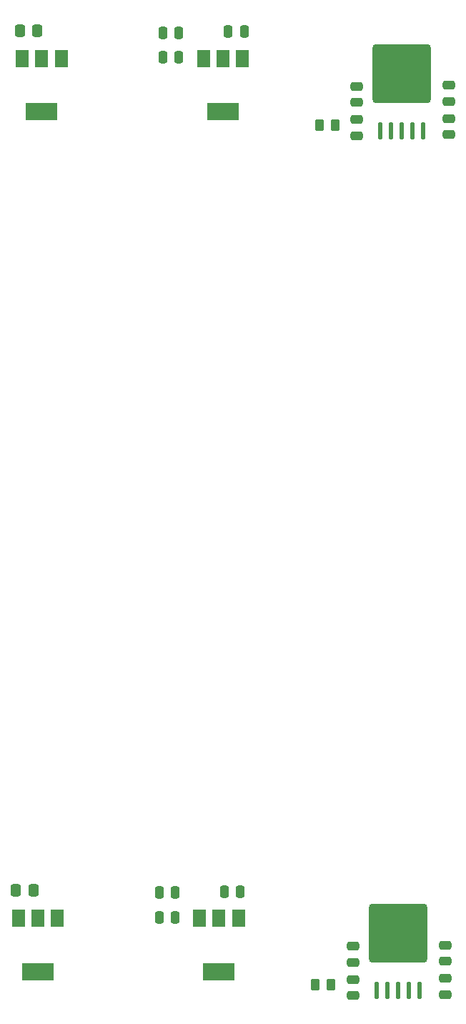
<source format=gbr>
%TF.GenerationSoftware,KiCad,Pcbnew,6.0.7-f9a2dced07~116~ubuntu20.04.1*%
%TF.CreationDate,2022-11-23T13:06:43+01:00*%
%TF.ProjectId,board,626f6172-642e-46b6-9963-61645f706362,rev?*%
%TF.SameCoordinates,Original*%
%TF.FileFunction,Paste,Top*%
%TF.FilePolarity,Positive*%
%FSLAX46Y46*%
G04 Gerber Fmt 4.6, Leading zero omitted, Abs format (unit mm)*
G04 Created by KiCad (PCBNEW 6.0.7-f9a2dced07~116~ubuntu20.04.1) date 2022-11-23 13:06:43*
%MOMM*%
%LPD*%
G01*
G04 APERTURE LIST*
G04 Aperture macros list*
%AMRoundRect*
0 Rectangle with rounded corners*
0 $1 Rounding radius*
0 $2 $3 $4 $5 $6 $7 $8 $9 X,Y pos of 4 corners*
0 Add a 4 corners polygon primitive as box body*
4,1,4,$2,$3,$4,$5,$6,$7,$8,$9,$2,$3,0*
0 Add four circle primitives for the rounded corners*
1,1,$1+$1,$2,$3*
1,1,$1+$1,$4,$5*
1,1,$1+$1,$6,$7*
1,1,$1+$1,$8,$9*
0 Add four rect primitives between the rounded corners*
20,1,$1+$1,$2,$3,$4,$5,0*
20,1,$1+$1,$4,$5,$6,$7,0*
20,1,$1+$1,$6,$7,$8,$9,0*
20,1,$1+$1,$8,$9,$2,$3,0*%
G04 Aperture macros list end*
%ADD10RoundRect,0.250000X-0.337500X-0.475000X0.337500X-0.475000X0.337500X0.475000X-0.337500X0.475000X0*%
%ADD11R,3.800000X2.000000*%
%ADD12R,1.500000X2.000000*%
%ADD13RoundRect,0.500000X3.000000X3.000000X-3.000000X3.000000X-3.000000X-3.000000X3.000000X-3.000000X0*%
%ADD14RoundRect,0.125000X0.125000X0.875000X-0.125000X0.875000X-0.125000X-0.875000X0.125000X-0.875000X0*%
%ADD15RoundRect,0.250000X-0.475000X0.250000X-0.475000X-0.250000X0.475000X-0.250000X0.475000X0.250000X0*%
%ADD16RoundRect,0.250000X0.250000X0.475000X-0.250000X0.475000X-0.250000X-0.475000X0.250000X-0.475000X0*%
%ADD17RoundRect,0.250000X-0.250000X-0.475000X0.250000X-0.475000X0.250000X0.475000X-0.250000X0.475000X0*%
%ADD18RoundRect,0.250000X0.262500X0.450000X-0.262500X0.450000X-0.262500X-0.450000X0.262500X-0.450000X0*%
%ADD19RoundRect,0.250000X0.475000X-0.250000X0.475000X0.250000X-0.475000X0.250000X-0.475000X-0.250000X0*%
G04 APERTURE END LIST*
D10*
%TO.C,C3*%
X155786000Y-203708000D03*
X157861000Y-203708000D03*
%TD*%
%TO.C,C3*%
X158324500Y-101915500D03*
X156249500Y-101915500D03*
%TD*%
D11*
%TO.C,U15*%
X180295500Y-111542500D03*
D12*
X177995500Y-105242500D03*
X180295500Y-105242500D03*
X182595500Y-105242500D03*
%TD*%
D13*
%TO.C,U6*%
X201504500Y-107028500D03*
D14*
X204044500Y-113759500D03*
X202774500Y-113748389D03*
X201501166Y-113748389D03*
X200234500Y-113759500D03*
X198964500Y-113759500D03*
%TD*%
D15*
%TO.C,C12*%
X207092500Y-114234500D03*
X207092500Y-112334500D03*
%TD*%
D16*
%TO.C,C19*%
X173188500Y-105090500D03*
X175088500Y-105090500D03*
%TD*%
D17*
%TO.C,C16*%
X182830500Y-102042500D03*
X180930500Y-102042500D03*
%TD*%
D16*
%TO.C,C18*%
X173188500Y-102169500D03*
X175088500Y-102169500D03*
%TD*%
D17*
%TO.C,C16*%
X180467000Y-203835000D03*
X182367000Y-203835000D03*
%TD*%
D18*
%TO.C,R17*%
X191725500Y-113091500D03*
X193550500Y-113091500D03*
%TD*%
D19*
%TO.C,C13*%
X207092500Y-108397500D03*
X207092500Y-110297500D03*
%TD*%
%TO.C,C10*%
X196170500Y-108524500D03*
X196170500Y-110424500D03*
%TD*%
D11*
%TO.C,U22*%
X158832500Y-111542500D03*
D12*
X156532500Y-105242500D03*
X158832500Y-105242500D03*
X161132500Y-105242500D03*
%TD*%
D15*
%TO.C,C11*%
X196170500Y-114356500D03*
X196170500Y-112456500D03*
%TD*%
D12*
%TO.C,U15*%
X182132000Y-207035000D03*
X179832000Y-207035000D03*
X177532000Y-207035000D03*
D11*
X179832000Y-213335000D03*
%TD*%
D19*
%TO.C,C13*%
X206629000Y-212090000D03*
X206629000Y-210190000D03*
%TD*%
D15*
%TO.C,C11*%
X195707000Y-214249000D03*
X195707000Y-216149000D03*
%TD*%
D19*
%TO.C,C10*%
X195707000Y-212217000D03*
X195707000Y-210317000D03*
%TD*%
D14*
%TO.C,U6*%
X198501000Y-215552000D03*
X199771000Y-215552000D03*
X201037666Y-215540889D03*
X202311000Y-215540889D03*
X203581000Y-215552000D03*
D13*
X201041000Y-208821000D03*
%TD*%
D16*
%TO.C,C19*%
X174625000Y-206883000D03*
X172725000Y-206883000D03*
%TD*%
D18*
%TO.C,R17*%
X193087000Y-214884000D03*
X191262000Y-214884000D03*
%TD*%
D16*
%TO.C,C18*%
X174625000Y-203962000D03*
X172725000Y-203962000D03*
%TD*%
D15*
%TO.C,C12*%
X206629000Y-214127000D03*
X206629000Y-216027000D03*
%TD*%
D12*
%TO.C,U22*%
X160669000Y-207035000D03*
X158369000Y-207035000D03*
X156069000Y-207035000D03*
D11*
X158369000Y-213335000D03*
%TD*%
M02*

</source>
